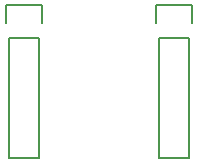
<source format=gbo>
G04 #@! TF.FileFunction,Legend,Bot*
%FSLAX46Y46*%
G04 Gerber Fmt 4.6, Leading zero omitted, Abs format (unit mm)*
G04 Created by KiCad (PCBNEW 4.0.2-4+6225~38~ubuntu15.10.1-stable) date Sat 19 Mar 2016 20:36:07 GMT*
%MOMM*%
G01*
G04 APERTURE LIST*
%ADD10C,0.100000*%
%ADD11C,0.150000*%
G04 APERTURE END LIST*
D10*
D11*
X138430000Y-107950000D02*
X138430000Y-118110000D01*
X138430000Y-118110000D02*
X135890000Y-118110000D01*
X135890000Y-118110000D02*
X135890000Y-107950000D01*
X138710000Y-105130000D02*
X138710000Y-106680000D01*
X138430000Y-107950000D02*
X135890000Y-107950000D01*
X135610000Y-106680000D02*
X135610000Y-105130000D01*
X135610000Y-105130000D02*
X138710000Y-105130000D01*
X125730000Y-107950000D02*
X125730000Y-118110000D01*
X125730000Y-118110000D02*
X123190000Y-118110000D01*
X123190000Y-118110000D02*
X123190000Y-107950000D01*
X126010000Y-105130000D02*
X126010000Y-106680000D01*
X125730000Y-107950000D02*
X123190000Y-107950000D01*
X122910000Y-106680000D02*
X122910000Y-105130000D01*
X122910000Y-105130000D02*
X126010000Y-105130000D01*
M02*

</source>
